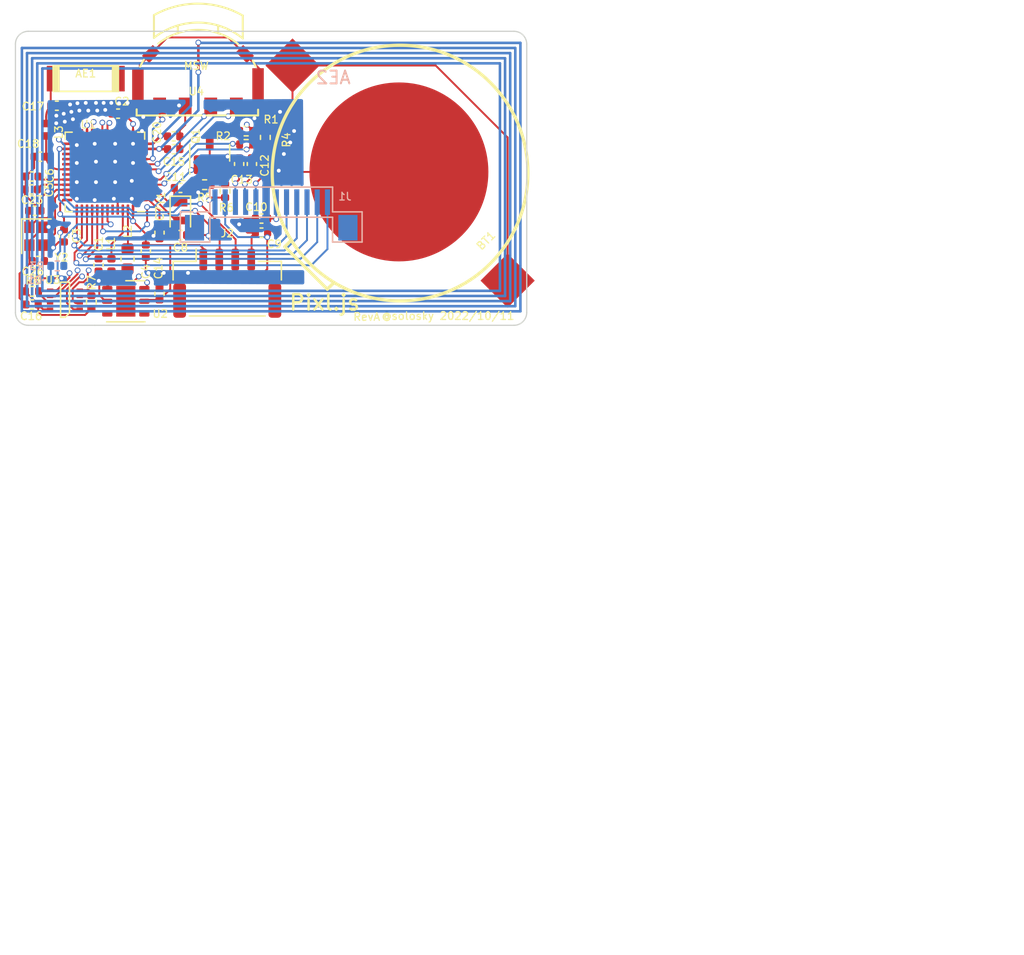
<source format=kicad_pcb>
(kicad_pcb (version 20211014) (generator pcbnew)
  (layers (0 "F.Cu" jumper) (1 "In1.Cu" signal) (2 "In2.Cu" signal) (31 "B.Cu" jumper) (34 "B.Paste" user) (35 "F.Paste" user) (36 "B.SilkS" user "B.Silkscreen") (37 "F.SilkS" user "F.Silkscreen") (38 "B.Mask" user) (39 "F.Mask" user) (44 "Edge.Cuts" user))
  (net 0 "")
  (net 1 "Net-(AE1-Pad1)")
  (net 2 "Net-(AE2-Pad1)")
  (net 3 "Net-(AE2-Pad2)")
  (net 4 "+BATT")
  (net 5 "GND")
  (net 6 "Net-(C1-Pad2)")
  (net 7 "Net-(C5-Pad2)")
  (net 8 "Net-(C6-Pad2)")
  (net 9 "Net-(C7-Pad2)")
  (net 10 "Net-(C8-Pad2)")
  (net 11 "Net-(C11-Pad2)")
  (net 12 "Net-(C12-Pad2)")
  (net 13 "Net-(C13-Pad2)")
  (net 14 "Net-(C12-Pad1)")
  (net 15 "Net-(C18-Pad2)")
  (net 16 "Net-(J1-Pad12)")
  (net 17 "/BL")
  (net 18 "Net-(Q1-Pad3)")
  (net 19 "/K3")
  (net 20 "Net-(C23-Pad2)")
  (net 21 "unconnected-(U4-Pad5)")
  (net 22 "Net-(C26-Pad2)")
  (net 23 "Net-(D1-Pad1)")
  (net 24 "+3V3")
  (net 25 "/SDA")
  (net 26 "/SCL")
  (net 27 "/CSB")
  (net 28 "/DC")
  (net 29 "/RSTN")
  (net 30 "/SWDIO")
  (net 31 "/SWDCLK")
  (net 32 "Net-(L1-Pad2)")
  (net 33 "Net-(L2-Pad2)")
  (net 34 "/ADC")
  (net 35 "/ADC_EN")
  (net 36 "/LED")
  (net 40 "/I2C_SDA")
  (net 41 "/I2C_SCL")
  (net 45 "Net-(R7-Pad1)")
  (net 47 "/K1")
  (net 48 "/K2")
  (net 49 "Net-(R8-Pad1)")
  (net 56 "/CSF")
  (net 57 "/SDI")
  (footprint "Resistor_SMD:R_0402_1005Metric" (layer "F.Cu") (at 88.8 73)
    (fp_text reference "R5")
    (fp_text value "10K")
  )
  (footprint "Capacitor_SMD:C_0402_1005Metric" (layer "F.Cu") (at 75.28 72.36)
    (fp_text reference "C6")
    (fp_text value "0.1uF")
  )
  (footprint "Package_DFN_QFN:QFN-48-1EP_6x6mm_P0.4mm_EP4.6x4.6mm" (layer "F.Cu") (at 81 72 180)
    (fp_text reference "U1")
    (fp_text value "nRF52832-QFxx")
  )
  (footprint "Inductor_SMD:L_0402_1005Metric" (layer "F.Cu") (at 76.4 68.7 -90)
    (fp_text reference "L3")
    (fp_text value "TBD")
  )
  (footprint "Package_DFN_QFN:DFN-6-1EP_3x3mm_P1mm_EP1.5x2.4mm" (layer "F.Cu") (at 82.635 82.12)
    (fp_text reference "U2")
    (fp_text value "SHT20")
  )
  (footprint "Capacitor_SMD:C_0402_1005Metric" (layer "F.Cu") (at 77.8 77 -90)
    (fp_text reference "C3")
    (fp_text value "0.1uF")
  )
  (footprint "MyLib:BAT-SMD_CR2032-3V" (layer "F.Cu") (at 104.089803 72.089803 45)
    (fp_text reference "BT1")
    (fp_text value "Battery_Cell" hide)
  )
  (footprint "Capacitor_SMD:C_0402_1005Metric" (layer "F.Cu") (at 86.91 73.25 180)
    (fp_text reference "C11")
    (fp_text value "12pF")
  )
  (footprint "Capacitor_SMD:C_0402_1005Metric" (layer "F.Cu") (at 75.51 75.04 180)
    (fp_text reference "C23")
    (fp_text value "12pF")
  )
  (footprint "MyLib:MSW" (layer "F.Cu") (at 88.28 65.8865)
    (fp_text reference "U4")
    (fp_text value "MSW")
  )
  (footprint "Crystal:Crystal_SMD_2016-4Pin_2.0x1.6mm" (layer "F.Cu") (at 75.64 77.03 -90)
    (fp_text reference "Y2")
    (fp_text value "32MHz")
  )
  (footprint "Capacitor_SMD:C_0402_1005Metric" (layer "F.Cu") (at 77.24 66.82 180)
    (fp_text reference "C17")
    (fp_text value "TBD")
  )
  (footprint "Inductor_SMD:L_0603_1608Metric" (layer "F.Cu") (at 82.77 78.81 90)
    (fp_text reference "L2")
    (fp_text value "10uH")
  )
  (footprint "Resistor_SMD:R_0402_1005Metric" (layer "F.Cu") (at 90.4 73.5 -90)
    (fp_text reference "R6")
    (fp_text value "10")
  )
  (footprint "Crystal:Crystal_SMD_2012-2Pin_2.0x1.2mm" (layer "F.Cu") (at 86.9 75.1 -90)
    (fp_text reference "Y1")
    (fp_text value "32.768K")
  )
  (footprint "MyLib:JST_GH_SM04B-GHS-TB_1x04-1MP_P1.25mm_Horizontal" (layer "F.Cu") (at 90.57 80.71)
    (fp_text reference "J2")
    (fp_text value "Conn_01x04")
  )
  (footprint "Capacitor_SMD:C_0402_1005Metric" (layer "F.Cu") (at 86.91 76.94 180)
    (fp_text reference "C8")
    (fp_text value "12pF")
  )
  (footprint "Capacitor_SMD:C_0402_1005Metric" (layer "F.Cu") (at 84.2 78.2 -90)
    (fp_text reference "C4")
    (fp_text value "4.7uF")
  )
  (footprint "Capacitor_SMD:C_0402_1005Metric" (layer "F.Cu") (at 75.3 82.37 180)
    (fp_text reference "C16")
    (fp_text value "0.1uF")
  )
  (footprint "Capacitor_SMD:C_0402_1005Metric" (layer "F.Cu") (at 91.5 71.38 -90)
    (fp_text reference "C13")
    (fp_text value "1uF/16V")
  )
  (footprint "Capacitor_SMD:C_0402_1005Metric" (layer "F.Cu") (at 86.38 69.22)
    (fp_text reference "C20")
    (fp_text value "150pF")
  )
  (footprint "Resistor_SMD:R_0402_1005Metric" (layer "F.Cu") (at 75.3 81.34 180)
    (fp_text reference "R8")
    (fp_text value "4.7K")
  )
  (footprint "Capacitor_SMD:C_0402_1005Metric" (layer "F.Cu") (at 85.27 81.53 -90)
    (fp_text reference "C14")
    (fp_text value "0.1uF")
  )
  (footprint "MyLib:USON-8_3x2mm_0.5pich" (layer "F.Cu") (at 77.88 82 90)
    (fp_text reference "U3")
    (fp_text value "GD25Q16C")
  )
  (footprint "Capacitor_SMD:C_0402_1005Metric" (layer "F.Cu") (at 75.79 78.97)
    (fp_text reference "C26")
    (fp_text value "12pF")
  )
  (footprint "Capacitor_SMD:C_0402_1005Metric" (layer "F.Cu") (at 93.25 76.75 180)
    (fp_text reference "C9")
    (fp_text value "10uF")
  )
  (footprint "Resistor_SMD:R_0402_1005Metric" (layer "F.Cu") (at 92.05 69.85 180)
    (fp_text reference "R2")
    (fp_text value "100K")
  )
  (footprint "MyLib:AN2051" (layer "F.Cu") (at 79.5 64.7)
    (fp_text reference "AE1")
    (fp_text value "Antenna")
  )
  (footprint "Resistor_SMD:R_0402_1005Metric" (layer "F.Cu") (at 79.94 82.19 -90)
    (fp_text reference "R7")
    (fp_text value "4.7K")
  )
  (footprint "Capacitor_SMD:C_0402_1005Metric" (layer "F.Cu") (at 75.94 70.81)
    (fp_text reference "C18")
    (fp_text value "TBD")
  )
  (footprint "Capacitor_SMD:C_0402_1005Metric" (layer "F.Cu") (at 82.03 67.44 180)
    (fp_text reference "C2")
    (fp_text value "0.1uF")
  )
  (footprint "Inductor_SMD:L_0402_1005Metric" (layer "F.Cu") (at 81.51 79.28 -90)
    (fp_text reference "L1")
    (fp_text value "15nH")
  )
  (footprint "Capacitor_SMD:C_0402_1005Metric" (layer "F.Cu") (at 93.25 75.65 180)
    (fp_text reference "C10")
    (fp_text value "0.1uF")
  )
  (footprint "Capacitor_SMD:C_0402_1005Metric" (layer "F.Cu") (at 75.23 73.37)
    (fp_text reference "C5")
    (fp_text value "0.1uF")
  )
  (footprint "Capacitor_SMD:C_0402_1005Metric" (layer "F.Cu") (at 80.5 79.28 90)
    (fp_text reference "C1")
    (fp_text value "1uF")
  )
  (footprint "Capacitor_SMD:C_0402_1005Metric" (layer "F.Cu") (at 86.38 70.22 180)
    (fp_text reference "C15")
    (fp_text value "150pF")
  )
  (footprint "Capacitor_SMD:C_0402_1005Metric" (layer "F.Cu") (at 92.5 71.38 90)
    (fp_text reference "C12")
    (fp_text value "1uF/25V")
  )
  (footprint "Package_TO_SOT_SMD:SOT-23" (layer "F.Cu") (at 89.2 70.5 90)
    (fp_text reference "Q1")
    (fp_text value "AO3400A")
  )
  (footprint "Capacitor_SMD:C_0402_1005Metric" (layer "F.Cu") (at 85.27 76.75 90)
    (fp_text reference "C7")
    (fp_text value "0.1uF")
  )
  (footprint "Resistor_SMD:R_0402_1005Metric" (layer "F.Cu") (at 92.05 68.8 180)
    (fp_text reference "R1")
    (fp_text value "100K")
  )
  (footprint "Resistor_SMD:R_0402_1005Metric" (layer "F.Cu") (at 93.55 69.3 90)
    (fp_text reference "R4")
    (fp_text value "0")
  )
  (footprint "Resistor_SMD:R_0402_1005Metric" (layer "B.Cu") (at 77.275 79.35)
    (fp_text reference "R3")
    (fp_text value "10K")
  )
  (footprint "LED_SMD:LED_0402_1005Metric" (layer "B.Cu") (at 77.25 80.45)
    (fp_text reference "D1")
    (fp_text value "LED_Small")
  )
  (footprint "MyLib:FPC_12 0.8mm" (layer "B.Cu") (at 94.01 74.365 180)
    (fp_text reference "J1")
    (fp_text value "Conn_01x12")
  )
  (footprint "MyLib:40x22MM_NFC_ANTENA" (layer "B.Cu") (at 147.705 129.905 180)
    (fp_text reference "AE2")
    (fp_text value "Antenna_Loop")
  )
  (gr_arc (start 75 84) (mid 74.292893 83.707107) (end 74 83) (layer "Edge.Cuts") (width 0.1))
  (gr_line (start 75 84) (end 80.2 84) (layer "Edge.Cuts") (width 0.1))
  (gr_arc (start 74 62) (mid 74.292893 61.292893) (end 75 61) (layer "Edge.Cuts") (width 0.1))
  (gr_line (start 80.2 84) (end 113 84) (layer "Edge.Cuts") (width 0.1))
  (gr_line (start 74 62) (end 74 83) (layer "Edge.Cuts") (width 0.1))
  (gr_arc (start 113 61) (mid 113.707107 61.292893) (end 114 62) (layer "Edge.Cuts") (width 0.1))
  (gr_line (start 114 83) (end 114 62) (layer "Edge.Cuts") (width 0.1))
  (gr_line (start 113 61) (end 75 61) (layer "Edge.Cuts") (width 0.1))
  (gr_arc (start 114 83) (mid 113.707107 83.707107) (end 113 84) (layer "Edge.Cuts") (width 0.1))
  (gr_text "RevA" (at 101.48 83.34) (layer "F.SilkS") (effects (font (size 0.6 0.6) (thickness 0.1))))
  (gr_text "@solosky 2022/10/11" (at 107.84 83.27) (layer "F.SilkS") (effects (font (size 0.6 0.6) (thickness 0.1))))
  (gr_text "Pixl.js" (at 98.19 82.22) (layer "F.SilkS") (effects (font (size 1.2 1.2) (thickness 0.2))))
  (segment (start 76.4 68.215) (end 76.4 67.689116) (width 0.15) (layer "F.Cu") (net 1))
  (segment (start 76.76 66.82) (end 76.76 65.1587) (width 0.15) (layer "F.Cu") (net 1))
  (arc (start 76.4 67.689116) (mid 76.493561 67.218754) (end 76.76 66.82) (width 0.15) (layer "F.Cu") (net 1))
  (arc (start 76.76 65.1587) (mid 76.809379 64.910454) (end 76.95 64.7) (width 0.15) (layer "F.Cu") (net 1))
  (segment (start 85.26 70.22) (end 85.9 70.22) (width 0.2) (layer "F.Cu") (net 2))
  (segment (start 85.24 70.2) (end 85.26 70.22) (width 0.15) (layer "F.Cu") (net 2))
  (segment (start 88.31 61.88) (end 88.31 64.2) (width 0.2) (layer "F.Cu") (net 2))
  (segment (start 85.24 70.2) (end 83.95 70.2) (width 0.2) (layer "F.Cu") (net 2))
  (via (at 88.31 64.2) (size 0.45) (drill 0.3) (layers "F.Cu" "B.Cu") (net 2))
  (via (at 85.24 70.2) (size 0.45) (drill 0.3) (layers "F.Cu" "B.Cu") (net 2))
  (via (at 88.31 61.88) (size 0.45) (drill 0.3) (layers "F.Cu" "B.Cu") (net 2))
  (segment (start 85.29 70.2) (end 88.31 67.18) (width 0.2) (layer "B.Cu") (net 2))
  (segment (start 85.24 70.2) (end 85.29 70.2) (width 0.15) (layer "B.Cu") (net 2))
  (segment (start 88.31 67.18) (end 88.31 64.2) (width 0.2) (layer "B.Cu") (net 2))
  (segment (start 85.35 69.19) (end 85.87 69.19) (width 0.2) (layer "F.Cu") (net 3))
  (segment (start 84.74 69.8) (end 85.35 69.19) (width 0.2) (layer "F.Cu") (net 3))
  (segment (start 83.95 69.8) (end 84.74 69.8) (width 0.2) (layer "F.Cu") (net 3))
  (segment (start 85.87 69.19) (end 85.9 69.22) (width 0.15) (layer "F.Cu") (net 3))
  (via (at 85.35 69.19) (size 0.45) (drill 0.3) (layers "F.Cu" "B.Cu") (net 3))
  (segment (start 87.705 63.905) (end 87.725 63.925) (width 0.2) (layer "B.Cu") (net 3))
  (segment (start 87.725 63.925) (end 87.725 66.815) (width 0.2) (layer "B.Cu") (net 3))
  (segment (start 87.725 66.815) (end 85.35 69.19) (width 0.2) (layer "B.Cu") (net 3))
  (segment (start 95.675232 63.675232) (end 106.875232 63.675232) (width 0.15) (layer "F.Cu") (net 4))
  (segment (start 106.875232 63.675232) (end 112.504374 69.304374) (width 0.15) (layer "F.Cu") (net 4))
  (segment (start 95.675232 63.675232) (end 95.675232 67.684768) (width 0.15) (layer "F.Cu") (net 4))
  (segment (start 95.675232 67.684768) (end 93.55 69.81) (width 0.15) (layer "F.Cu") (net 4))
  (segment (start 112.504374 69.304374) (end 112.504374 80.504374) (width 0.15) (layer "F.Cu") (net 4))
  (segment (start 80.341594 80.52) (end 79.611594 81.25) (width 0.15) (layer "F.Cu") (net 5))
  (segment (start 79.611594 81.25) (end 79.03 81.25) (width 0.15) (layer "F.Cu") (net 5))
  (segment (start 94.7 72) (end 94.6 71.9) (width 0.15) (layer "F.Cu") (net 5))
  (segment (start 88.29 73) (end 88.29 73.59) (width 0.15) (layer "F.Cu") (net 5))
  (segment (start 74.75 73.8) (end 74.75 73.37) (width 0.15) (layer "F.Cu") (net 5))
  (segment (start 90.15 71.25) (end 90.6 70.8) (width 0.15) (layer "F.Cu") (net 5))
  (segment (start 76.19 76.33) (end 76.57 76.33) (width 0.15) (layer "F.Cu") (net 5))
  (segment (start 82 74.4) (end 81.7 74.1) (width 0.15) (layer "F.Cu") (net 5))
  (segment (start 75.99 75.04) (end 74.75 73.8) (width 0.15) (layer "F.Cu") (net 5))
  (segment (start 90.7 70.9) (end 90.6 70.8) (width 0.15) (layer "F.Cu") (net 5))
  (segment (start 75.99 74.0395) (end 76.5295 73.5) (width 0.15) (layer "F.Cu") (net 5))
  (segment (start 78.8 72.8) (end 78.8 72.4) (width 0.15) (layer "F.Cu") (net 5))
  (segment (start 81.55 67.44) (end 81.315 67.44) (width 0.15) (layer "F.Cu") (net 5))
  (segment (start 74.32 79.96) (end 75.31 78.97) (width 0.15) (layer "F.Cu") (net 5))
  (segment (start 84.2 78.68) (end 84.2 79.7) (width 0.15) (layer "F.Cu") (net 5))
  (segment (start 87.28 66.8365) (end 87.2435 66.8) (width 0.15) (layer "F.Cu") (net 5))
  (segment (start 80.5 80.5) (end 80.5 79.76) (width 0.15) (layer "F.Cu") (net 5))
  (segment (start 80.52 80.52) (end 80.5 80.5) (width 0.15) (layer "F.Cu") (net 5))
  (segment (start 87.39 76.94) (end 89.04 76.94) (width 0.15) (layer "F.Cu") (net 5))
  (segment (start 87.95 73.25) (end 88.3 73.6) (width 0.15) (layer "F.Cu") (net 5))
  (segment (start 84.2 79.7) (end 84.4 79.9) (width 0.15) (layer "F.Cu") (net 5))
  (segment (start 87.39 73.25) (end 87.95 73.25) (width 0.15) (layer "F.Cu") (net 5))
  (segment (start 82 74.95) (end 82 74.4) (width 0.15) (layer "F.Cu") (net 5))
  (segment (start 87.2435 66.8) (end 86.8 66.8) (width 0.15) (layer "F.Cu") (net 5))
  (segment (start 91.95 75.65) (end 91.5 76.1) (width 0.15) (layer "F.Cu") (net 5))
  (segment (start 85.27 80.23) (end 85.6 79.9) (width 0.15) (layer "F.Cu") (net 5))
  (segment (start 80.56 80.6) (end 80.56 81.64) (width 0.15) (layer "F.Cu") (net 5))
  (segment (start 104 72) (end 94.7 72) (width 0.15) (layer "F.Cu") (net 5))
  (segment (start 75.99 75.04) (end 75.99 74.0395) (width 0.15) (layer "F.Cu") (net 5))
  (segment (start 75.46 70.81) (end 75.46 71.7) (width 0.15) (layer "F.Cu") (net 5))
  (segment (start 92.475 77.045) (end 92.475 78.85) (width 0.15) (layer "F.Cu") (net 5))
  (segment (start 92.77 76.75) (end 92.475 77.045) (width 0.15) (layer "F.Cu") (net 5))
  (segment (start 74.8 72.36) (end 74.8 73.32) (width 0.15) (layer "F.Cu") (net 5))
  (segment (start 74.32 81.87) (end 74.32 79.96) (width 0.15) (layer "F.Cu") (net 5))
  (segment (start 77.8 77.48) (end 77.395 77.48) (width 0.15) (layer "F.Cu") (net 5))
  (segment (start 85.03 77.23) (end 84.8 77) (width 0.15) (layer "F.Cu") (net 5))
  (segment (start 91.5 70.9) (end 90.7 70.9) (width 0.15) (layer "F.Cu") (net 5))
  (segment (start 80.52 80.56) (end 80.56 80.6) (width 0.15) (layer "F.Cu") (net 5))
  (segment (start 77.395 77.48) (end 76.95 77.925) (width 0.15) (layer "F.Cu") (net 5))
  (segment (start 74.8 73.32) (end 74.75 73.37) (width 0.15) (layer "F.Cu") (net 5))
  (segment (start 74.82 82.37) (end 74.32 81.87) (width 0.15) (layer "F.Cu") (net 5))
  (segment (start 76.57 76.33) (end 76.6 76.3) (width 0.15) (layer "F.Cu") (net 5))
  (segment (start 85.27 77.23) (end 85.03 77.23) (width 0.15) (layer "F.Cu") (net 5))
  (segment (start 75.09 78.75) (end 75.31 78.97) (width 0.15) (layer "F.Cu") (net 5))
  (segment (start 87.28 68.32) (end 87.28 66.8365) (width 0.15) (layer "F.Cu") (net 5))
  (segment (start 86.86 68.74) (end 87.28 68.32) (width 0.15) (layer "F.Cu") (net 5))
  (segment (start 88.29 73.59) (end 88.3 73.6) (width 0.15) (layer "F.Cu") (net 5))
  (segment (start 90.15 71.4375) (end 90.15 71.25) (width 0.15) (layer "F.Cu") (net 5))
  (segment (start 78.05 72.2) (end 78.6 72.2) (width 0.15) (layer "F.Cu") (net 5))
  (segment (start 75.09 77.43) (end 75.09 77.73) (width 0.15) (layer "F.Cu") (net 5))
  (segment (start 86.86 69.22) (end 86.86 68.74) (width 0.15) (layer "F.Cu") (net 5))
  (segment (start 78.275 66.725) (end 78.18 66.82) (width 0.15) (layer "F.Cu") (net 5))
  (segment (start 76.19 76.33) (end 75.09 77.43) (width 0.15) (layer "F.Cu") (net 5))
  (segment (start 81.04 82.12) (end 81.185 82.12) (width 0.15) (layer "F.Cu") (net 5))
  (segment (start 92.77 76.75) (end 92.15 76.75) (width 0.15) (layer "F.Cu") (net 5))
  (segment (start 75.46 71.7) (end 74.8 72.36) (width 0.15) (layer "F.Cu") (net 5))
  (segment (start 80.52 80.52) (end 80.52 80.56) (width 0.15) (layer "F.Cu") (net 5))
  (segment (start 92.77 75.65) (end 91.95 75.65) (width 0.15) (layer "F.Cu") (net 5))
  (segment (start 81.315 67.44) (end 81.025 67.15) (width 0.15) (layer "F.Cu") (net 5))
  (segment (start 80.56 81.64) (end 81.04 82.12) (width 0.15) (layer "F.Cu") (net 5))
  (segment (start 89.04 76.94) (end 89.1 77) (width 0.15) (layer "F.Cu") (net 5))
  (segment (start 78.18 66.82) (end 77.72 66.82) (width 0.15) (layer "F.Cu") (net 5))
  (segment (start 85.27 81.05) (end 85.27 80.23) (width 0.15) (layer "F.Cu") (net 5))
  (segment (start 92.15 76.75) (end 91.5 76.1) (width 0.15) (layer "F.Cu") (net 5))
  (segment (start 86.86 70.22) (end 86.86 69.22) (width 0.15) (layer "F.Cu") (net 5))
  (segment (start 80.52 80.52) (end 80.341594 80.52) (width 0.15) (layer "F.Cu") (net 5))
  (segment (start 75.09 77.73) (end 75.09 78.75) (width 0.15) (layer "F.Cu") (net 5))
  (segment (start 78.8 72.4) (end 78.6 72.2) (width 0.15) (layer "F.Cu") (net 5))
  (via (at 91.5 76.1) (size 0.45) (drill 0.3) (layers "F.Cu" "B.Cu") (net 5))
  (via (at 76.6 76.3) (size 0.45) (drill 0.3) (layers "F.Cu" "B.Cu") (net 5))
  (via (at 83.2 71.3) (size 0.45) (drill 0.3) (layers "F.Cu" "B.Cu") (net 5))
  (via (at 79.5 66.6) (size 0.45) (drill 0.3) (layers "F.Cu" "B.Cu") (net 5))
  (via (at 77.19251 68.19251) (size 0.45) (drill 0.3) (layers "F.Cu" "B.Cu") (net 5))
  (via (at 80.3 72.8) (size 0.45) (drill 0.3) (layers "F.Cu" "B.Cu") (net 5))
  (via (at 78.8 71.3) (size 0.45) (drill 0.3) (layers "F.Cu" "B.Cu") (net 5))
  (via (at 78.8 74.1) (size 0.45) (drill 0.3) (layers "F.Cu" "B.Cu") (net 5))
  (via (at 78.8 69.9) (size 0.45) (drill 0.3) (layers "F.Cu" "B.Cu") (net 5))
  (via (at 80.4 67.2) (size 0.45) (drill 0.3) (layers "F.Cu" "B.Cu") (net 5))
  (via (at 77.775 67.45) (size 0.45) (drill 0.3) (layers "F.Cu" "B.Cu") (net 5))
  (via (at 94.7 67.3) (size 0.45) (drill 0.3) (layers "F.Cu" "B.Cu") (net 5))
  (via (at 83.2 69.8) (size 0.45) (drill 0.3) (layers "F.Cu" "B.Cu") (net 5))
  (via (at 84 67.7) (size 0.45) (drill 0.3) (layers "F.Cu" "B.Cu") (net 5))
  (via (at 95.5 69.7) (size 0.45) (drill 0.3) (layers "F.Cu" "B.Cu") (net 5))
  (via (at 78.85 66.625) (size 0.45) (drill 0.3) (layers "F.Cu" "B.Cu") (net 5))
  (via (at 80.3 71.2) (size 0.45) (drill 0.3) (layers "F.Cu" "B.Cu") (net 5))
  (via (at 78.49751 67.87751) (size 0.45) (drill 0.3) (layers "F.Cu" "B.Cu") (net 5))
  (via (at 95.8 68.8) (size 0.45) (drill 0.3) (layers "F.Cu" "B.Cu") (net 5))
  (via (at 83.1 72.7) (size 0.45) (drill 0.3) (layers "F.Cu" "B.Cu") (net 5))
  (via (at 80.2 74.2) (size 0.45) (drill 0.3) (layers "F.Cu" "B.Cu") (net 5))
  (via (at 80.9 66.6) (size 0.45) (drill 0.3) (layers "F.Cu" "B.Cu") (net 5))
  (via (at 85.6 79.9) (size 0.45) (drill 0.3) (layers "F.Cu" "B.Cu") (net 5))
  (via (at 84.4 79.9) (size 0.45) (drill 0.3) (layers "F.Cu" "B.Cu") (net 5))
  (via (at 80.3 66.6) (size 0.45) (drill 0.3) (layers "F.Cu" "B.Cu") (net 5))
  (via (at 81.025 67.15) (size 0.45) (drill 0.3) (layers "F.Cu" "B.Cu") (net 5))
  (via (at 76.95 77.925) (size 0.45) (drill 0.3) (layers "F.Cu" "B.Cu") (net 5))
  (via (at 94.6 71.9) (size 0.45) (drill 0.3) (layers "F.Cu" "B.Cu") (net 5))
  (via (at 81.7 74.1) (size 0.45) (drill 0.3) (layers "F.Cu" "B.Cu") (net 5))
  (via (at 78.375 67.3) (size 0.45) (drill 0.3) (layers "F.Cu" "B.Cu") (net 5))
  (via (at 86.8 66.8) (size 0.45) (drill 0.3) (layers "F.Cu" "B.Cu") (net 5))
  (via (at 90.6 70.8) (size 0.45) (drill 0.3) (layers "F.Cu" "B.Cu") (net 5))
  (via (at 78.275 66.725) (size 0.45) (drill 0.3) (layers "F.Cu" "B.Cu") (net 5))
  (via (at 77.86 68.07) (size 0.45) (drill 0.3) (layers "F.Cu" "B.Cu") (net 5))
  (via (at 88.3 73.6) (size 0.45) (drill 0.3) (layers "F.Cu" "B.Cu") (net 5))
  (via (at 87.5 79.9) (size 0.45) (drill 0.3) (layers "F.Cu" "B.Cu") (net 5))
  (via (at 81.8 71.2) (size 0.45) (drill 0.3) (layers "F.Cu" "B.Cu") (net 5))
  (via (at 80.52 80.52) (size 0.45) (drill 0.3) (layers "F.Cu" "B.Cu") (net 5))
  (via (at 78.8 72.8) (size 0.45) (drill 0.3) (layers "F.Cu" "B.Cu") (net 5))
  (via (at 77.2 67.6) (size 0.45) (drill 0.3) (layers "F.Cu" "B.Cu") (net 5))
  (via (at 79.7 67.2) (size 0.45) (drill 0.3) (layers "F.Cu" "B.Cu") (net 5))
  (via (at 79 67.2) (size 0.45) (drill 0.3) (layers "F.Cu" "B.Cu") (net 5))
  (via (at 89.1 77) (size 0.45) (drill 0.3) (layers "F.Cu" "B.Cu") (net 5))
  (via (at 81.8 69.8) (size 0.45) (drill 0.3) (layers "F.Cu" "B.Cu") (net 5))
  (via (at 92.7 67.8) (size 0.45) (drill 0.3) (layers "F.Cu" "B.Cu") (net 5))
  (via (at 81.5 66.6) (size 0.45) (drill 0.3) (layers "F.Cu" "B.Cu") (net 5))
  (via (at 76.5295 73.5) (size 0.45) (drill 0.3) (layers "F.Cu" "B.Cu") (net 5))
  (via (at 81.8 72.8) (size 0.45) (drill 0.3) (layers "F.Cu" "B.Cu") (net 5))
  (via (at 82.775 66.6) (size 0.45) (drill 0.3) (layers "F.Cu" "B.Cu") (net 5))
  (via (at 80.2 69.8) (size 0.45) (drill 0.3) (layers "F.Cu" "B.Cu") (net 5))
  (via (at 83.9 68.8) (size 0.45) (drill 0.3) (layers "F.Cu" "B.Cu") (net 5))
  (via (at 84.8 77) (size 0.45) (drill 0.3) (layers "F.Cu" "B.Cu") (net 5))
  (via (at 95 70.6) (size 0.45) (drill 0.3) (layers "F.Cu" "B.Cu") (net 5))
  (via (at 83.1 74.1) (size 0.45) (drill 0.3) (layers "F.Cu" "B.Cu") (net 5))
  (via (at 82.1 66.625) (size 0.45) (drill 0.3) (layers "F.Cu" "B.Cu") (net 5))
  (segment (start 93.61 74.365) (end 93.61 72.89) (width 0.15) (layer "B.Cu") (net 5))
  (segment (start 93.61 72.89) (end 94.6 71.9) (width 0.15) (layer "B.Cu") (net 5))
  (segment (start 81.505 78.8) (end 81.51 78.795) (width 0.15) (layer "F.Cu") (net 6))
  (segment (start 80.5 78.8) (end 81.505 78.8) (width 0.15) (layer "F.Cu") (net 6))
  (segment (start 82.4 74.95) (end 82.4 76.76) (width 0.15) (layer "F.Cu") (net 6))
  (segment (start 81.51 77.65) (end 81.51 78.795) (width 0.15) (layer "F.Cu") (net 6))
  (segment (start 82.4 76.76) (end 81.51 77.65) (width 0.15) (layer "F.Cu") (net 6))
  (segment (start 78.05 73) (end 76.08 73) (width 0.15) (layer "F.Cu") (net 7))
  (segment (start 76.08 73) (end 75.71 73.37) (width 0.15) (layer "F.Cu") (net 7))
  (segment (start 76 72.6) (end 75.76 72.36) (width 0.15) (layer "F.Cu") (net 8))
  (segment (start 78.05 72.6) (end 76 72.6) (width 0.15) (layer "F.Cu") (net 8))
  (segment (start 84.45 74.2) (end 85.27 75.02) (width 0.15) (layer "F.Cu") (net 9))
  (segment (start 83.95 74.2) (end 84.45 74.2) (width 0.15) (layer "F.Cu") (net 9))
  (segment (start 85.27 75.02) (end 85.27 76.27) (width 0.15) (layer "F.Cu") (net 9))
  (segment (start 83.95 73.8) (end 84.55 73.8) (width 0.15) (layer "F.Cu") (net 10))
  (segment (start 86.43 76.27) (end 86.9 75.8) (width 0.15) (layer "F.Cu") (net 10))
  (segment (start 84.55 73.8) (end 86.55 75.8) (width 0.15) (layer "F.Cu") (net 10))
  (segment (start 86.43 76.94) (end 86.43 76.27) (width 0.15) (layer "F.Cu") (net 10))
  (segment (start 86.55 75.8) (end 86.9 75.8) (width 0.15) (layer "F.Cu") (net 10))
  (segment (start 83.95 73.4) (end 85 73.4) (width 0.15) (layer "F.Cu") (net 11))
  (segment (start 86 74.4) (end 86.9 74.4) (width 0.15) (layer "F.Cu") (net 11))
  (segment (start 85 73.4) (end 86 74.4) (width 0.15) (layer "F.Cu") (net 11))
  (segment (start 86.43 73.25) (end 86.43 73.93) (width 0.15) (layer "F.Cu") (net 11))
  (segment (start 86.43 73.93) (end 86.9 74.4) (width 0.15) (layer "F.Cu") (net 11))
  (segment (start 92.5 70.9) (end 92.9 70.9) (width 0.15) (layer "F.Cu") (net 12))
  (segment (start 92.9 70.9) (end 93.2 71.2) (width 0.15) (layer "F.Cu") (net 12))
  (segment (start 93.2 71.2) (end 93.2 72.5) (width 0.15) (layer "F.Cu") (net 12))
  (segment (start 93.2 72.5) (end 92.8 72.9) (width 0.15) (layer "F.Cu") (net 12))
  (via (at 92.8 72.9) (size 0.45) (drill 0.3) (layers "F.Cu" "B.Cu") (net 12))
  (segment (start 92.8 72.9) (end 92.8 74.355) (width 0.15) (layer "B.Cu") (net 12))
  (segment (start 92.8 74.355) (end 92.81 74.365) (width 0.15) (layer "B.Cu") (net 12))
  (segment (start 91.5 71.86) (end 91.5 72.6) (width 0.15) (layer "F.Cu") (net 13))
  (segment (start 91.5 72.6) (end 91.2 72.9) (width 0.15) (layer "F.Cu") (net 13))
  (via (at 91.2 72.9) (size 0.45) (drill 0.3) (layers "F.Cu" "B.Cu") (net 13))
  (segment (start 91.2 74.355) (end 91.21 74.365) (width 0.15) (layer "B.Cu") (net 13))
  (segment (start 91.2 72.9) (end 91.2 74.355) (width 0.15) (layer "B.Cu") (net 13))
  (segment (start 92.5 72.4) (end 91.95 72.95) (width 0.15) (layer "F.Cu") (net 14))
  (segment (start 92.5 71.86) (end 92.5 72.4) (width 0.15) (layer "F.Cu") (net 14))
  (via (at 91.95 72.95) (size 0.45) (drill 0.3) (layers "F.Cu" "B.Cu") (net 14))
  (segment (start 91.95 72.95) (end 91.95 74.305) (width 0.15) (layer "B.Cu") (net 14))
  (segment (start 91.95 74.305) (end 92.01 74.365) (width 0.15) (layer "B.Cu") (net 14))
  (segment (start 78.05 71.8) (end 77.41 71.8) (width 0.15) (layer "F.Cu") (net 15))
  (segment (start 76.4 69.185) (end 76.4 70.79) (width 0.15) (layer "F.Cu") (net 15))
  (arc (start 77.41 71.8) (mid 76.709964 71.510036) (end 76.42 70.81) (width 0.15) (layer "F.Cu") (net 15))
  (arc (start 76.4 70.79) (mid 76.405858 70.804142) (end 76.42 70.81) (width 0.15) (layer "F.Cu") (net 15))
  (segment (start 89.15 74.2) (end 89.34 74.01) (width 0.15) (layer "F.Cu") (net 16))
  (segment (start 89.34 74.01) (end 90.4 74.01) (width 0.15) (layer "F.Cu") (net 16))
  (via (at 89.15 74.2) (size 0.45) (drill 0.3) (layers "F.Cu" "B.Cu") (net 16))
  (segment (start 89.445 74.2) (end 89.61 74.365) (width 0.15) (layer "B.Cu") (net 16))
  (segment (start 89.15 74.2) (end 89.445 74.2) (width 0.15) (layer "B.Cu") (net 16))
  (segment (start 80.8 74.95) (end 80.8 76.6) (width 0.15) (layer "F.Cu") (net 17))
  (segment (start 84.3 76.1) (end 84.3 74.7505) (width 0.15) (layer "F.Cu") (net 17))
  (segment (start 89.31 72.81) (end 88.25 71.75) (width 0.15) (layer "F.Cu") (net 17))
  (segment (start 88.25 71.75) (end 88.25 71.4375) (width 0.15) (layer "F.Cu") (net 17))
  (segment (start 87.75 71.85) (end 87.8375 71.85) (width 0.15) (layer "F.Cu") (net 17))
  (segment (start 89.31 73) (end 89.31 72.81) (width 0.15) (layer "F.Cu") (net 17))
  (segment (start 80.8 76.6) (end 80.85 76.65) (width 0.15) (layer "F.Cu") (net 17))
  (segment (start 87.8375 71.85) (end 88.25 71.4375) (width 0.15) (layer "F.Cu") (net 17))
  (via (at 84.3 74.7505) (size 0.45) (drill 0.3) (layers "F.Cu" "B.Cu") (net 17))
  (via (at 84.3 76.1) (size 0.45) (drill 0.3) (layers "F.Cu" "B.Cu") (net 17))
  (via (at 80.85 76.65) (size 0.45) (drill 0.3) (layers "F.Cu" "B.Cu") (net 17))
  (via (at 87.75 71.85) (size 0.45) (drill 0.3) (layers "F.Cu" "B.Cu") (net 17))
  (segment (start 84.3 76.1) (end 83.75 76.65) (width 0.15) (layer "B.Cu") (net 17))
  (segment (start 84.3 74.7505) (end 84.8495 74.7505) (width 0.15) (layer "B.Cu") (net 17))
  (segment (start 84.8495 74.7505) (end 87.75 71.85) (width 0.15) (layer "B.Cu") (net 17))
  (segment (start 83.75 76.65) (end 80.85 76.65) (width 0.15) (layer "B.Cu") (net 17))
  (segment (start 90.19 72.99) (end 89.2 72) (width 0.15) (layer "F.Cu") (net 18))
  (segment (start 89.2 72) (end 89.2 69.5625) (width 0.15) (layer "F.Cu") (net 18))
  (segment (start 90.4 72.99) (end 90.19 72.99) (width 0.15) (layer "F.Cu") (net 18))
  (segment (start 90.65 67.65) (end 91.28 67.02) (width 0.15) (layer "F.Cu") (net 19))
  (segment (start 85.05 71.8) (end 85.2 71.95) (width 0.15) (layer "F.Cu") (net 19))
  (segment (start 83.95 71.8) (end 85.05 71.8) (width 0.15) (layer "F.Cu") (net 19))
  (segment (start 91.28 67.02) (end 91.28 66.8365) (width 0.15) (layer "F.Cu") (net 19))
  (via (at 85.2 71.95) (size 0.45) (drill 0.3) (layers "F.Cu" "B.Cu") (net 19))
  (via (at 90.65 67.65) (size 0.45) (drill 0.3) (layers "F.Cu" "B.Cu") (net 19))
  (segment (start 85.2 71.95) (end 85.25 71.95) (width 0.15) (layer "B.Cu") (net 19))
  (segment (start 89.55 67.65) (end 90.65 67.65) (width 0.15) (layer "B.Cu") (net 19))
  (segment (start 85.25 71.95) (end 89.55 67.65) (width 0.15) (layer "B.Cu") (net 19))
  (segment (start 76.49 75.61) (end 75.81 75.61) (width 0.15) (layer "F.Cu") (net 20))
  (segment (start 76.74 73.86) (end 76.74 75.36) (width 0.15) (layer "F.Cu") (net 20))
  (segment (start 76.74 75.36) (end 76.49 75.61) (width 0.15) (layer "F.Cu") (net 20))
  (segment (start 75.03 76.27) (end 75.09 76.33) (width 0.15) (layer "F.Cu") (net 20))
  (segment (start 78.05 73.4) (end 77.2 73.4) (width 0.15) (layer "F.Cu") (net 20))
  (segment (start 77.2 73.4) (end 76.74 73.86) (width 0.15) (layer "F.Cu") (net 20))
  (segment (start 75.03 75.04) (end 75.03 76.27) (width 0.15) (layer "F.Cu") (net 20))
  (segment (start 75.81 75.61) (end 75.09 76.33) (width 0.15) (layer "F.Cu") (net 20))
  (segment (start 90.64 61.48) (end 93.13 63.97) (width 0.15) (layer "F.Cu") (net 21))
  (segment (start 83.73 65.7865) (end 83.73 63.64) (width 0.15) (layer "F.Cu") (net 21))
  (segment (start 85.89 61.48) (end 90.64 61.48) (width 0.15) (layer "F.Cu") (net 21))
  (segment (start 83.73 63.64) (end 85.89 61.48) (width 0.15) (layer "F.Cu") (net 21))
  (segment (start 93.13 63.97) (end 93.13 65.7865) (width 0.15) (layer "F.Cu") (net 21))
  (segment (start 78.05 73.8) (end 77.345 73.8) (width 0.15) (layer "F.Cu") (net 22))
  (segment (start 77.1 74.045) (end 77.1 76.82) (width 0.15) (layer "F.Cu") (net 22))
  (segment (start 77.1 76.82) (end 76.19 77.73) (width 0.15) (layer "F.Cu") (net 22))
  (segment (start 77.345 73.8) (end 77.1 74.045) (width 0.15) (layer "F.Cu") (net 22))
  (segment (start 76.19 78.89) (end 76.27 78.97) (width 0.15) (layer "F.Cu") (net 22))
  (segment (start 76.19 77.73) (end 76.19 78.89) (width 0.15) (layer "F.Cu") (net 22))
  (segment (start 76.765 79.35) (end 76.765 80.45) (width 0.15) (layer "B.Cu") (net 23))
  (segment (start 77.8 75.6) (end 77.5 75.3) (width 0.15) (layer "F.Cu") (net 24))
  (segment (start 89.2 80.3) (end 93 80.3) (width 0.15) (layer "F.Cu") (net 24))
  (segment (start 77.60501 80.32001) (end 75.33999 80.32001) (width 0.15) (layer "F.Cu") (net 24))
  (segment (start 88.725 79.825) (end 89.2 80.3) (width 0.15) (layer "F.Cu") (net 24))
  (segment (start 75.78 82.94) (end 76.03 83.19) (width 0.15) (layer "F.Cu") (net 24))
  (segment (start 84.2 76.85) (end 84.2 77.72) (width 0.15) (layer "F.Cu") (net 24))
  (segment (start 77.57 76.75) (end 77.8 76.52) (width 0.15) (layer "F.Cu") (net 24))
  (segment (start 77.8 76.52) (end 77.8 75.6) (width 0.15) (layer "F.Cu") (net 24))
  (segment (start 88.725 78.85) (end 88.725 79.825) (width 0.15) (layer "F.Cu") (net 24))
  (segment (start 74.79 81.34) (end 74.79 81.38) (width 0.15) (layer "F.Cu") (net 24))
  (segment (start 92.57 68.79) (end 92.56 68.8) (width 0.15) (layer "F.Cu") (net 24))
  (segment (start 92.56 68.8) (end 92.56 68.76) (width 0.15) (layer "F.Cu") (net 24))
  (segment (start 93.7 77.1) (end 93.7 76.78) (width 0.15) (layer "F.Cu") (net 24))
  (segment (start 76.71 82.75) (end 76.16 82.75) (width 0.15) (layer "F.Cu") (net 24))
  (segment (start 93.7 79.6) (end 93.7 77.1) (width 0.15) (layer "F.Cu") (net 24))
  (segment (start 76.16 82.75) (end 75.78 82.37) (width 0.15) (layer "F.Cu") (net 24))
  (segment (start 88.42 77.72) (end 88.725 78.025) (width 0.15) (layer "F.Cu") (net 24))
  (segment (start 74.79 80.87) (end 74.79 81.34) (width 0.15) (layer "F.Cu") (net 24))
  (segment (start 93.73 75.65) (end 93.73 76.75) (width 0.15) (layer "F.Cu") (net 24))
  (segment (start 78.05 74.2) (end 77.75 74.2) (width 0.15) (layer "F.Cu") (net 24))
  (segment (start 74.79 81.38) (end 75.78 82.37) (width 0.15) (layer "F.Cu") (net 24))
  (segment (start 85.27 82.01) (end 84.195 82.01) (width 0.15) (layer "F.Cu") (net 24))
  (segment (start 84.2 77.72) (end 86.11 77.72) (width 0.15) (layer "F.Cu") (net 24))
  (segment (start 75.78 82.37) (end 75.78 82.94) (width 0.15) (layer "F.Cu") (net 24))
  (segment (start 86.11 81.17) (end 86.11 77.72) (width 0.15) (layer "F.Cu") (net 24))
  (segment (start 77.75 74.2) (end 77.5 74.45) (width 0.15) (layer "F.Cu") (net 24))
  (segment (start 77.5 74.45) (end 77.5 75.3) (width 0.15) (layer "F.Cu") (net 24))
  (segment (start 93 80.3) (end 93.7 79.6) (width 0.15) (layer "F.Cu") (net 24))
  (segment (start 79.45 83.19) (end 79.94 82.7) (width 0.15) (layer "F.Cu") (net 24))
  (segment (start 86.11 77.72) (end 88.42 77.72) (width 0.15) (layer "F.Cu") (net 24))
  (segment (start 92.56 68.76) (end 92.1 68.3) (width 0.15) (layer "F.Cu") (net 24))
  (segment (start 83.2 68.25) (end 83.2 69.05) (width 0.15) (layer "F.Cu") (net 24))
  (segment (start 94.35 75.65) (end 94.4 75.7) (width 0.15) (layer "F.Cu") (net 24))
  (segment (start 93.73 75.65) (end 94.35 75.65) (width 0.15) (layer "F.Cu") (net 24))
  (segment (start 77.4995 76.75) (end 77.57 76.75) (width 0.15) (layer "F.Cu") (net 24))
  (segment (start 88.725 78.025) (end 88.725 78.85) (width 0.15) (layer "F.Cu") (net 24))
  (segment (start 82.52 67.49) (end 83.2 68.17) (width 0.15) (layer "F.Cu") (net 24))
  (segment (start 84.195 82.01) (end 84.085 82.12) (width 0.15) (layer "F.Cu") (net 24))
  (segment (start 83.2 74.95) (end 83.2 75.85) (width 0.15) (layer "F.Cu") (net 24))
  (segment (start 93.7 76.78) (end 93.73 76.75) (width 0.15) (layer "F.Cu") (net 24))
  (segment (start 85.27 82.01) (end 86.11 81.17) (width 0.15) (layer "F.Cu") (net 24))
  (segment (start 76.03 83.19) (end 79.45 83.19) (width 0.15) (layer "F.Cu") (net 24))
  (segment (start 93.55 68.79) (end 92.57 68.79) (width 0.15) (layer "F.Cu") (net 24))
  (segment (start 83.2 75.85) (end 84.2 76.85) (width 0.15) (layer "F.Cu") (net 24))
  (segment (start 75.33999 80.32001) (end 74.79 80.87) (width 0.15) (layer "F.Cu") (net 24))
  (via (at 83.2 68.25) (size 0.45) (drill 0.3) (layers "F.Cu" "B.Cu") (net 24))
  (via (at 94.4 75.7) (size 0.45) (drill 0.3) (layers "F.Cu" "B.Cu") (net 24))
  (via (at 93.7 77.1) (size 0.45) (drill 0.3) (layers "F.Cu" "B.Cu") (net 24))
  (via (at 77.5 75.3) (size 0.45) (drill 0.3) (layers "F.Cu" "B.Cu") (net 24))
  (via (at 77.60501 80.32001) (size 0.45) (drill 0.3) (layers "F.Cu" "B.Cu") (net 24))
  (via (at 83.2 75.85) (size 0.45) (drill 0.3) (layers "F.Cu" "B.Cu") (net 24))
  (via (at 92.1 68.3) (size 0.45) (drill 0.3) (layers "F.Cu" "B.Cu") (net 24))
  (via (at 77.4995 76.75) (size 0.45) (drill 0.3) (layers "F.Cu" "B.Cu") (net 24))
  (segment (start 77.7 75.5) (end 82.85 75.5) (width 0.15) (layer "B.Cu") (net 24))
  (segment (start 77.5 75.3) (end 77.7 75.5) (width 0.15) (layer "B.Cu") (net 24))
  (segment (start 77.4995 78.2005) (end 77.3 78.4) (width 0.15) (layer "B.Cu") (net 24))
  (segment (start 90.41 74.365) (end 90.41 76.11) (width 0.15) (layer "B.Cu") (net 24))
  (segment (start 94.4 75.7) (end 94.4 74.375) (width 0.15) (layer "B.Cu") (net 24))
  (segment (start 77.3 80.015) (end 77.735 80.45) (width 0.15) (layer "B.Cu") (net 24))
  (segment (start 77.3 78.4) (end 77.3 80.015) (width 0.15) (layer "B.Cu") (net 24))
  (segment (start 90.41 76.11) (end 91.4 77.1) (width 0.15) (layer "B.Cu") (net 24))
  (segment (start 94.4 74.375) (end 94.41 74.365) (width 0.15) (layer "B.Cu") (net 24))
  (segment (start 82.85 75.5) (end 83.2 75.85) (width 0.15) (layer "B.Cu") (net 24))
  (segment (start 91.4 77.1) (end 93.7 77.1) (width 0.15) (layer "B.Cu") (net 24))
  (segment (start 77.4995 76.75) (end 77.4995 78.2005) (width 0.15) (layer "B.Cu") (net 24))
  (segment (start 77.24 81.25) (end 78.23 80.26) (width 0.15) (layer "F.Cu") (net 25))
  (segment (start 76.71 81.25) (end 77.24 81.25) (width 0.15) (layer "F.Cu") (net 25))
  (segment (start 78.23 80.26) (end 78.23 79.92) (width 0.15) (layer "F.Cu") (net 25))
  (segment (start 78.65 77) (end 78.8 76.85) (width 0.15) (layer "F.Cu") (net 25))
  (segment (start 78.8 76.85) (end 78.8 74.95) (width 0.15) (layer "F.Cu") (net 25))
  (via (at 78.65 77) (size 0.45) (drill 0.3) (layers "F.Cu" "B.Cu") (net 25))
  (via (at 78.23 79.92) (size 0.45) (drill 0.3) (layers "F.Cu" "B.Cu") (net 25))
  (segment (start 95.21 77.04) (end 95.21 74.365) (width 0.15) (layer "B.Cu") (net 25))
  (segment (start 78.65 77) (end 79.4 77.75) (width 0.15) (layer "B.Cu") (net 25))
  (segment (start 94.5 77.75) (end 95.21 77.04) (width 0.15) (layer "B.Cu") (net 25))
  (segment (start 79.4 77.75) (end 94.5 77.75) (width 0.15) (layer "B.Cu") (net 25))
  (segment (start 78.53501 80.31499) (end 78.53501 80.314029) (width 0.15) (layer "F.Cu") (net 26))
  (segment (start 78.53501 80.314029) (end 78.86 79.989039) (width 0.15) (layer "F.Cu") (net 26))
  (segment (start 79.2 77.15) (end 79.2 74.95) (width 0.15) (layer "F.Cu") (net 26))
  (segment (start 78.6 77.75) (end 79.2 77.15) (width 0.15) (layer "F.Cu") (net 26))
  (segment (start 76.71 81.75) (end 77.1 81.75) (width 0.15) (layer "F.Cu") (net 26))
  (segment (start 77.1 81.75) (end 78.53501 80.31499) (width 0.15) (layer "F.Cu") (net 26))
  (segment (start 78.86 79.989039) (end 78.86 79.7) (width 0.15) (layer "F.Cu") (net 26))
  (via (at 78.86 79.7) (size 0.45) (drill 0.3) (layers "F.Cu" "B.Cu") (net 26))
  (via (at 78.6 77.75) (size 0.45) (drill 0.3) (layers "F.Cu" "B.Cu") (net 26))
  (segment (start 78.6 77.75) (end 79 78.15) (width 0.15) (layer "B.Cu") (net 26))
  (segment (start 79 78.15) (end 95.05 78.15) (width 0.15) (layer "B.Cu") (net 26))
  (segment (start 96.01 77.19) (end 96.01 74.365) (width 0.15) (layer "B.Cu") (net 26))
  (segment (start 95.05 78.15) (end 96.01 77.19) (width 0.15) (layer "B.Cu") (net 26))
  (segment (start 78.765963 79.110983) (end 78.628672 78.973692) (width 0.15) (layer "F.Cu") (net 27))
  (segment (start 78.628672 78.973692) (end 78.628672 78.321328) (width 0.15) (layer "F.Cu") (net 27))
  (segment (start 79.6 77.35) (end 79.6 74.95) (width 0.15) (layer "F.Cu") (net 27))
  (segment (start 78.628672 78.321328) (end 79.6 77.35) (width 0.15) (layer "F.Cu") (net 27))
  (via (at 78.765963 79.110983) (size 0.45) (drill 0.3) (layers "F.Cu" "B.Cu") (net 27))
  (segment (start 78.95498 79.3) (end 97.15 79.3) (width 0.15) (layer "B.Cu") (net 27))
  (segment (start 98.41 78.04) (end 98.41 74.365) (width 0.15) (layer "B.Cu") (net 27))
  (segment (start 97.15 79.3) (end 98.41 78.04) (width 0.15) (layer "B.Cu") (net 27))
  (segment (start 78.765963 79.110983) (end 78.95498 79.3) (width 0.15) (layer "B.Cu") (net 27))
  (segment (start 80 77.766304) (end 80 74.95) (width 0.15) (layer "F.Cu") (net 28))
  (segment (start 79.028672 78.5495) (end 79.216804 78.5495) (width 0.15) (layer "F.Cu") (net 28))
  (segment (start 79.216804 78.5495) (end 80 77.766304) (width 0.15) (layer "F.Cu") (net 28))
  (via (at 79.028672 78.5495) (size 0.45) (drill 0.3) (layers "F.Cu" "B.Cu") (net 28))
  (segment (start 79.333814 78.43249) (end 95.71751 78.43249) (width 0.15) (layer "B.Cu") (net 28))
  (segment (start 79.216804 78.5495) (end 79.333814 78.43249) (width 0.15) (layer "B.Cu") (net 28))
  (segment (start 95.71751 78.43249) (end 96.81 77.34) (width 0.15) (layer "B.Cu") (net 28))
  (segment (start 79.028672 78.5495) (end 79.216804 78.5495) (width 0.15) (layer "B.Cu") (net 28))
  (segment (start 96.81 77.34) (end 96.81 74.365) (width 0.15) (layer "B.Cu") (net 28))
  (segment (start 79.5 78.83199) (end 80.4 77.93199) (width 0.15) (layer "F.Cu") (net 29))
  (segment (start 80.4 77.93199) (end 80.4 74.95) (width 0.15) (layer "F.Cu") (net 29))
  (via (at 79.5 78.83199) (size 0.45) (drill 0.3) (layers "F.Cu" "B.Cu") (net 29))
  (segment (start 79.53199 78.8) (end 96.3 78.8) (width 0.15) (layer "B.Cu") (net 29))
  (segment (start 96.3 78.8) (end 97.61 77.49) (width 0.15) (layer "B.Cu") (net 29))
  (segment (start 97.61 77.49) (end 97.61 74.365) (width 0.15) (layer "B.Cu") (net 29))
  (segment (start 79.5 78.83199) (end 79.53199 78.8) (width 0.15) (layer "B.Cu") (net 29))
  (segment (start 89.975 76.965498) (end 88.05 75.040498) (width 0.15) (layer "F.Cu") (net 30))
  (segment (start 77.45 70.2) (end 78.05 70.2) (width 0.15) (layer "F.Cu") (net 30))
  (segment (start 89.975 78.85) (end 89.975 76.965498) (width 0.15) (layer "F.Cu") (net 30))
  (via (at 88.05 75.040498) (size 0.45) (drill 0.3) (layers "F.Cu" "B.Cu") (net 30))
  (via (at 77.45 70.2) (size 0.45) (drill 0.3) (layers "F.Cu" "B.Cu") (net 30))
  (segment (start 82.803554 75.1) (end 83.103554 75.4) (width 0.15) (layer "B.Cu") (net 30))
  (segment (start 77.3995 70.2505) (end 77.3995 74.1495) (width 0.15) (layer "B.Cu") (net 30))
  (segment (start 77.3995 74.1495) (end 78.35 75.1) (width 0.15) (layer "B.Cu") (net 30))
  (segment (start 86.7 75.4) (end 87.059502 75.040498) (width 0.15) (layer "B.Cu") (net 30))
  (segment (start 77.45 70.2) (end 77.3995 70.2505) (width 0.15) (layer "B.Cu") (net 30))
  (segment (start 78.35 75.1) (end 82.803554 75.1) (width 0.15) (layer "B.Cu") (net 30))
  (segment (start 87.059502 75.040498) (end 88.05 75.040498) (width 0.15) (layer "B.Cu") (net 30))
  (segment (start 83.103554 75.4) (end 86.7 75.4) (width 0.15) (layer "B.Cu") (net 30))
  (segment (start 91.225 77.282475) (end 91.225 78.85) (width 0.15) (layer "F.Cu") (net 31))
  (segment (start 77.734824 69.8) (end 77.3995 69.464676) (width 0.15) (layer "F.Cu") (net 31))
  (segment (start 78.05 69.8) (end 77.734824 69.8) (width 0.15) (layer "F.Cu") (net 31))
  (segment (start 88.441614 74.499089) (end 91.225 77.282475) (width 0.15) (layer "F.Cu") (net 31))
  (via (at 88.441614 74.499089) (size 0.45) (drill 0.3) (layers "F.Cu" "B.Cu") (net 31))
  (via (at 77.3995 69.464676) (size 0.45) (drill 0.3) (layers "F.Cu" "B.Cu") (net 31))
  (segment (start 87.025911 74.499089) (end 88.441614 74.499089) (width 0.15) (layer "B.Cu") (net 31))
  (segment (start 77.85 74.05) (end 78.6 74.8) (width 0.15) (layer "B.Cu") (net 31))
  (segment (start 77.3995 69.464676) (end 77.85 69.915176) (width 0.15) (layer "B.Cu") (net 31))
  (segment (start 78.6 74.8) (end 82.857108 74.8) (width 0.15) (layer "B.Cu") (net 31))
  (segment (start 86.375 75.15) (end 87.025911 74.499089) (width 0.15) (layer "B.Cu") (net 31))
  (segment (start 83.207108 75.15) (end 86.375 75.15) (width 0.15) (layer "B.Cu") (net 31))
  (segment (start 77.85 69.915176) (end 77.85 74.05) (width 0.15) (layer "B.Cu") (net 31))
  (segment (start 82.857108 74.8) (end 83.207108 75.15) (width 0.15) (layer "B.Cu") (net 31))
  (segment (start 82.77 79.5975) (end 82.6025 79.765) (width 0.15) (layer "F.Cu") (net 32))
  (segment (start 82.6025 79.765) (end 81.51 79.765) (width 0.15) (layer "F.Cu") (net 32))
  (segment (start 82.8 77.9925) (end 82.77 78.0225) (width 0.15) (layer "F.Cu") (net 33))
  (segment (start 82.8 74.95) (end 82.8 77.9925) (width 0.15) (layer "F.Cu") (net 33))
  (segment (start 92.166987 70.243013) (end 92.56 69.85) (width 0.15) (layer "F.Cu") (net 34))
  (segment (start 85.55 73) (end 85.65 72.9) (width 0.15) (layer "F.Cu") (net 34))
  (segment (start 92.56 69.82) (end 91.54 68.8) (width 0.15) (layer "F.Cu") (net 34))
  (segment (start 83.95 73) (end 85.55 73) (width 0.15) (layer "F.Cu") (net 34))
  (segment (start 92.56 69.85) (end 92.56 69.82) (width 0.15) (layer "F.Cu") (net 34))
  (segment (start 92.084722 70.243013) (end 92.166987 70.243013) (width 0.15) (layer "F.Cu") (net 34))
  (via (at 92.084722 70.243013) (size 0.45) (drill 0.3) (layers "F.Cu" "B.Cu") (net 34))
  (via (at 85.65 72.9) (size 0.45) (drill 0.3) (layers "F.Cu" "B.Cu") (net 34))
  (segment (start 85.65 72.9) (end 87.65 70.9) (width 0.15) (layer "B.Cu") (net 34))
  (segment (start 88.306987 70.243013) (end 92.084722 70.243013) (width 0.15) (layer "B.Cu") (net 34))
  (segment (start 87.65 70.9) (end 88.306987 70.243013) (width 0.15) (layer "B.Cu") (net 34))
  (segment (start 83.95 72.6) (end 85.35 72.6) (width 0.15) (layer "F.Cu") (net 35))
  (segment (start 91.49 69.8) (end 91.54 69.85) (width 0.15) (layer "F.Cu") (net 35))
  (segment (start 85.35 72.6) (end 85.8 72.15) (width 0.15) (layer "F.Cu") (net 35))
  (segment (start 91 69.8) (end 91.49 69.8) (width 0.15) (layer "F.Cu") (net 35))
  (via (at 85.8 72.15) (size 0.45) (drill 0.3) (layers "F.Cu" "B.Cu") (net 35))
  (via (at 91 69.8) (size 0.45) (drill 0.3) (layers "F.Cu" "B.Cu") (net 35))
  (segment (start 88.15 69.8) (end 91 69.8) (width 0.15) (layer "B.Cu") (net 35))
  (segment (start 85.8 72.15) (end 88.15 69.8) (width 0.15) (layer "B.Cu") (net 35))
  (segment (start 81.2 74.95) (end 81.2 75.85) (width 0.15) (layer "F.Cu") (net 36))
  (segment (start 81.2 75.85) (end 81.45 76.1) (width 0.15) (layer "F.Cu") (net 36))
  (via (at 81.45 76.1) (size 0.45) (drill 0.3) (layers "F.Cu" "B.Cu") (net 36))
  (segment (start 77.85 77.1) (end 77.85 79.285) (width 0.15) (layer "B.Cu") (net 36))
  (segment (start 81.45 76.1) (end 78.85 76.1) (width 0.15) (layer "B.Cu") (net 36))
  (segment (start 77.85 79.285) (end 77.785 79.35) (width 0.15) (layer "B.Cu") (net 36))
  (segment (start 78.85 76.1) (end 77.85 77.1) (width 0.15) (layer "B.Cu") (net 36))
  (segment (start 81.2 69.05) (end 81.2 68.31452) (width 0.15) (layer "F.Cu") (net 40))
  (segment (start 81.2 68.31452) (end 81.348903 68.165617) (width 0.15) (layer "F.Cu") (net 40))
  (segment (start 83.29 80.54) (end 83.65 80.18) (width 0.15) (layer "F.Cu") (net 40))
  (segment (start 81.185 80.945) (end 81.59 80.54) (width 0.15) (layer "F.Cu") (net 40))
  (segment (start 81.185 81.12) (end 81.185 80.945) (width 0.15) (layer "F.Cu") (net 40))
  (segment (start 81.59 80.54) (end 83.29 80.54) (width 0.15) (layer "F.Cu") (net 40))
  (via (at 83.65 80.18) (size 0.45) (drill 0.3) (layers "F.Cu" "B.Cu") (net 40))
  (via (at 81.348903 68.165617) (size 0.45) (drill 0.3) (layers "F.Cu" "B.Cu") (net 40))
  (segment (start 84.3 80.65) (end 84.3 80.905) (width 0.15) (layer "F.Cu") (net 41))
  (segment (start 84.3 80.905) (end 84.085 81.12) (width 0.15) (layer "F.Cu") (net 41))
  (segment (start 80.8 69.05) (end 80.8 68.14) (width 0.15) (layer "F.Cu") (net 41))
  (via (at 84.3 80.65) (size 0.45) (drill 0.3) (layers "F.Cu" "B.Cu") (net 41))
  (via (at 80.8 68.14) (size 0.45) (drill 0.3) (layers "F.Cu" "B.Cu") (net 41))
  (segment (start 79.03 81.75) (end 79.87 81.75) (width 0.15) (layer "F.Cu") (net 45))
  (segment (start 79.87 81.75) (end 79.94 81.68) (width 0.15) (layer "F.Cu") (net 45))
  (segment (start 85.5 67.9) (end 85.28 67.68) (width 0.15) (layer "F.Cu") (net 47))
  (segment (start 85.28 67.68) (end 85.28 66.8365) (width 0.15) (layer "F.Cu") (net 47))
  (segment (start 83.95 71) (end 84.7 71) (width 0.15) (layer "F.Cu") (net 47))
  (segment (start 84.7 71) (end 84.75 70.95) (width 0.15) (layer "F.Cu") (net 47))
  (via (at 85.5 67.9) (size 0.45) (drill 0.3) (layers "F.Cu" "B.Cu") (net 47))
  (via (at 84.75 70.95) (size 0.45) (drill 0.3) (layers "F.Cu" "B.Cu") (net 47))
  (segment (start 84.75 68.65) (end 84.75 70.95) (width 0.15) (layer "B.Cu") (net 47))
  (segment (start 85.5 67.9) (end 84.75 68.65) (width 0.15) (layer "B.Cu") (net 47))
  (segment (start 83.95 71.4) (end 85.075393 71.4) (width 0.15) (layer "F.Cu") (net 48))
  (segment (start 85.075393 71.4) (end 85.11185 71.363543) (width 0.15) (layer "F.Cu") (net 48))
  (segment (start 88.75 67.65) (end 89.28 67.12) (width 0.15) (layer "F.Cu") (net 48))
  (segment (start 89.28 67.12) (end 89.28 66.8365) (width 0.15) (layer "F.Cu") (net 48))
  (via (at 85.11185 71.363543) (size 0.45) (drill 0.3) (layers "F.Cu" "B.Cu") (net 48))
  (via (at 88.75 67.65) (size 0.45) (drill 0.3) (layers "F.Cu" "B.Cu") (net 48))
  (segment (start 88.75 67.725393) (end 88.75 67.65) (width 0.15) (layer "B.Cu") (net 48))
  (segment (start 85.11185 71.363543) (end 88.75 67.725393) (width 0.15) (layer "B.Cu") (net 48))
  (segment (start 75.81 81.48) (end 75.81 81.34) (width 0.15) (layer "F.Cu") (net 49))
  (segment (start 76.71 82.25) (end 76.58 82.25) (width 0.15) (layer "F.Cu") (net 49))
  (segment (start 76.58 82.25) (end 75.81 81.48) (width 0.15) (layer "F.Cu") (net 49))
  (segment (start 80.01 68.1995) (end 80.01 69.04) (width 0.15) (layer "F.Cu") (net 56))
  (segment (start 79.043261 80.176739) (end 78.03 81.19) (width 0.15) (layer "F.Cu") (net 56))
  (segment (start 78.03 82.25) (end 78.53 82.75) (width 0.15) (layer "F.Cu") (net 56))
  (segment (start 79.212661 80.176739) (end 79.043261 80.176739) (width 0.15) (layer "F.Cu") (net 56))
  (segment (start 80.01 69.04) (end 80 69.05) (width 0.15) (layer "F.Cu") (net 56))
  (segment (start 78.03 81.19) (end 78.03 82.25) (width 0.15) (layer "F.Cu") (net 56))
  (segment (start 80.12 68.0895) (end 80.01 68.1995) (width 0.15) (layer "F.Cu") (net 56))
  (segment (start 78.53 82.75) (end 79.03 82.75) (width 0.15) (layer "F.Cu") (net 56))
  (via (at 80.12 68.0895) (size 0.45) (drill 0.3) (layers "F.Cu" "B.Cu") (net 56))
  (via (at 79.212661 80.176739) (size 0.45) (drill 0.3) (layers "F.Cu" "B.Cu") (net 56))
  (segment (start 78.48 81.143554) (end 78.48 82.04) (width 0.15) (layer "F.Cu") (net 57))
  (segment (start 78.48 82.04) (end 78.69 82.25) (width 0.15) (layer "F.Cu") (net 57))
  (segment (start 78.993554 80.63) (end 78.48 81.143554) (width 0.15) (layer "F.Cu") (net 57))
  (segment (start 79.6 68.64) (end 79.6 69.05) (width 0.15) (layer "F.Cu") (net 57))
  (segment (start 79.66 79.7695) (end 79.66 80.295086) (width 0.15) (layer "F.Cu") (net 57))
  (segment (start 79.61 68.63) (end 79.6 68.64) (width 0.15) (layer "F.Cu") (net 57))
  (segment (start 79.73 79.6995) (end 79.66 79.7695) (width 0.15) (layer "F.Cu") (net 57))
  (segment (start 79.325086 80.63) (end 78.993554 80.63) (width 0.15) (layer "F.Cu") (net 57))
  (segment (start 78.69 82.25) (end 79.03 82.25) (width 0.15) (layer "F.Cu") (net 57))
  (segment (start 79.66 80.295086) (end 79.325086 80.63) (width 0.15) (layer "F.Cu") (net 57))
  (segment (start 79.61 68.35) (end 79.61 68.63) (width 0.15) (layer "F.Cu") (net 57))
  (via (at 79.61 68.35) (size 0.45) (drill 0.3) (layers "F.Cu" "B.Cu") (net 57))
  (via (at 79.73 79.6995) (size 0.45) (drill 0.3) (layers "F.Cu" "B.Cu") (net 57))
  (zone (net 5) (net_name "GND") (layers "In1.Cu" "B.Cu") (connect_pads yes (clearance 0.308)) (min_thickness 0.254) (fill yes (thermal_gap 0.508) (thermal_bridge_width 0.508))
    (polygon (pts (xy 96.6 80.8) (xy 85.970033 80.752545) (xy 86.08 83.58) (xy 74.2 83.45) (xy 74.2 66.4) (xy 96.5 66.3)))
  )
)
</source>
